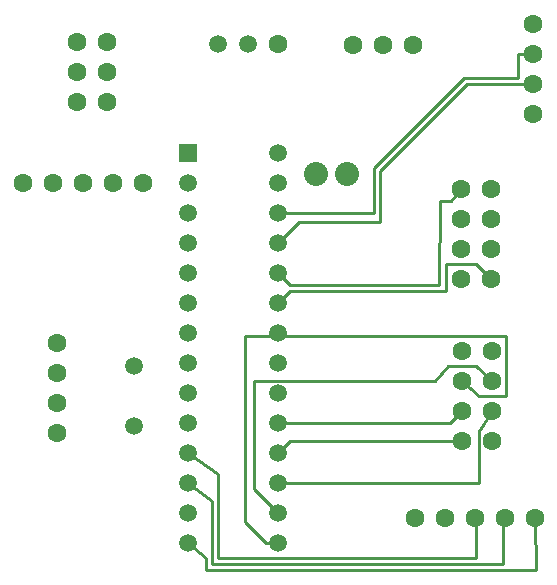
<source format=gbl>
G04 ---------------------------- Layer name :BOTTOM LAYER*
G04 EasyEDA v5.8.22, Sun, 20 Jan 2019 09:53:09 GMT*
G04 867d7e44f41141d591986c9d2056cd44*
G04 Gerber Generator version 0.2*
G04 Scale: 100 percent, Rotated: No, Reflected: No *
G04 Dimensions in millimeters *
G04 leading zeros omitted , absolute positions ,3 integer and 3 decimal *
%FSLAX33Y33*%
%MOMM*%
G90*
G71D02*

%ADD10C,0.254000*%
%ADD11C,2.032000*%
%ADD12C,1.499997*%
%ADD13C,1.599997*%
%ADD14R,1.499997X1.499997*%

%LPD*%
G54D10*
G01X24130Y30695D02*
G01X32258Y30695D01*
G01X32258Y34505D01*
G01X39874Y42126D01*
G01X44449Y42122D01*
G01X44451Y44152D01*
G01X45707Y44151D01*
G01X24130Y28155D02*
G01X25908Y29933D01*
G01X32766Y29933D01*
G01X32766Y34251D01*
G01X40132Y41617D01*
G01X45707Y41617D01*
G01X24130Y2755D02*
G01X23096Y2755D01*
G01X21336Y4516D01*
G01X21336Y20281D01*
G01X43434Y20281D01*
G01X43434Y15201D01*
G01X41148Y15201D01*
G01X39756Y16469D01*
G01X42296Y16469D02*
G01X40894Y17741D01*
G01X38572Y17741D01*
G01X37480Y16471D01*
G01X22098Y16451D01*
G01X22098Y7945D01*
G01X22098Y7327D01*
G01X24130Y5295D01*
G01X39756Y13929D02*
G01X38742Y12915D01*
G01X24130Y12915D01*
G01X42296Y13929D02*
G01X42297Y13929D01*
G01X41148Y12242D01*
G01X41148Y7835D01*
G01X24130Y7835D01*
G01X39756Y11389D02*
G01X25146Y11391D01*
G01X24130Y10375D01*
G01X39674Y32725D02*
G01X39621Y32725D01*
G01X38811Y31711D01*
G01X37846Y31711D01*
G01X37792Y24599D01*
G01X25146Y24599D01*
G01X24130Y25615D01*
G01X42214Y25105D02*
G01X40894Y26377D01*
G01X38354Y26377D01*
G01X38354Y24091D01*
G01X25146Y24091D01*
G01X24130Y23075D01*
G01X16510Y10375D02*
G01X19050Y8597D01*
G01X19050Y1485D01*
G01X40894Y1485D01*
G01X40894Y4749D01*
G01X40820Y4823D01*
G01X16510Y7835D02*
G01X18542Y6311D01*
G01X18542Y977D01*
G01X43180Y977D01*
G01X43180Y4643D01*
G01X43360Y4823D01*
G01X16510Y2755D02*
G01X18034Y1485D01*
G01X18034Y469D01*
G01X45968Y469D01*
G01X45900Y4823D01*
G54D11*
G01X29972Y33997D03*
G01X27391Y33997D03*
G54D12*
G01X11938Y17741D03*
G01X11938Y12661D03*
G54D13*
G01X7112Y45173D03*
G01X9652Y45173D03*
G01X7112Y42633D03*
G01X9652Y42633D03*
G01X7112Y40093D03*
G01X9652Y40093D03*
G54D12*
G01X24130Y2755D03*
G01X24130Y5295D03*
G01X24130Y7835D03*
G01X24130Y10375D03*
G01X24130Y12915D03*
G01X24130Y15455D03*
G01X24130Y17995D03*
G01X24130Y20535D03*
G01X24130Y23075D03*
G01X24130Y25615D03*
G01X24130Y28155D03*
G01X24130Y30695D03*
G01X24130Y33235D03*
G01X24130Y35775D03*
G01X16510Y2755D03*
G01X16510Y5295D03*
G01X16510Y7835D03*
G01X16510Y10375D03*
G01X16510Y12915D03*
G01X16510Y15455D03*
G01X16510Y17995D03*
G01X16510Y20535D03*
G01X16510Y23075D03*
G01X16510Y25615D03*
G01X16510Y28155D03*
G01X16510Y30695D03*
G01X16510Y33235D03*
G54D14*
G01X16510Y35775D03*
G54D13*
G01X45707Y41611D03*
G01X45707Y44151D03*
G01X45707Y39071D03*
G01X45707Y46691D03*
G01X5428Y12062D03*
G01X5428Y14602D03*
G01X5428Y17142D03*
G01X5428Y19682D03*
G01X35740Y4823D03*
G01X38280Y4823D03*
G01X40820Y4823D03*
G01X43360Y4823D03*
G01X45900Y4823D03*
G01X39673Y30185D03*
G01X42213Y30185D03*
G01X39673Y27645D03*
G01X42213Y27645D03*
G01X39673Y25105D03*
G01X42213Y25105D03*
G01X39673Y32725D03*
G01X42213Y32725D03*
G01X39757Y16469D03*
G01X42297Y16469D03*
G01X39757Y13929D03*
G01X42297Y13929D03*
G01X39757Y11389D03*
G01X42297Y11389D03*
G01X39757Y19009D03*
G01X42297Y19009D03*
G01X24188Y44955D03*
G54D12*
G01X19108Y44955D03*
G01X21648Y44955D03*
G54D13*
G01X30480Y44919D03*
G01X33020Y44919D03*
G01X35560Y44919D03*
G01X5080Y33235D03*
G01X7620Y33235D03*
G01X10160Y33235D03*
G01X2540Y33235D03*
G01X12700Y33235D03*
M00*
M02*

</source>
